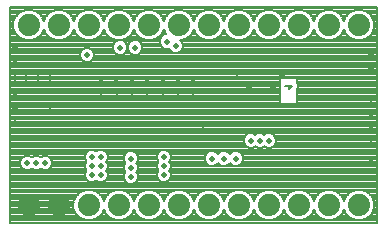
<source format=gbl>
G75*
G70*
%OFA0B0*%
%FSLAX24Y24*%
%IPPOS*%
%LPD*%
%AMOC8*
5,1,8,0,0,1.08239X$1,22.5*
%
%ADD10C,0.0740*%
%ADD11C,0.0080*%
%ADD12C,0.0198*%
D10*
X000955Y001550D03*
X001955Y001550D03*
X002955Y001550D03*
X003955Y001550D03*
X004955Y001550D03*
X005955Y001550D03*
X006955Y001550D03*
X007955Y001550D03*
X008955Y001550D03*
X009955Y001550D03*
X010955Y001550D03*
X011955Y001550D03*
X011955Y007550D03*
X010955Y007550D03*
X009955Y007550D03*
X008955Y007550D03*
X007955Y007550D03*
X006955Y007550D03*
X005955Y007550D03*
X004955Y007550D03*
X003955Y007550D03*
X002955Y007550D03*
X001955Y007550D03*
X000955Y007550D03*
D11*
X000345Y008160D02*
X000345Y000940D01*
X012565Y000940D01*
X012565Y008160D01*
X000345Y008160D01*
X000345Y008101D02*
X012565Y008101D01*
X012565Y008022D02*
X012148Y008022D01*
X012056Y008060D02*
X012244Y007982D01*
X012387Y007839D01*
X012465Y007651D01*
X012465Y007449D01*
X012387Y007261D01*
X012244Y007118D01*
X012056Y007040D01*
X011854Y007040D01*
X011666Y007118D01*
X011523Y007261D01*
X011455Y007424D01*
X011387Y007261D01*
X011244Y007118D01*
X011056Y007040D01*
X010854Y007040D01*
X010666Y007118D01*
X010523Y007261D01*
X010455Y007424D01*
X010387Y007261D01*
X010244Y007118D01*
X010056Y007040D01*
X009854Y007040D01*
X009666Y007118D01*
X009523Y007261D01*
X009455Y007424D01*
X009387Y007261D01*
X009244Y007118D01*
X009056Y007040D01*
X008854Y007040D01*
X008666Y007118D01*
X008523Y007261D01*
X008455Y007424D01*
X008387Y007261D01*
X008244Y007118D01*
X008056Y007040D01*
X007854Y007040D01*
X007666Y007118D01*
X007523Y007261D01*
X007455Y007424D01*
X007387Y007261D01*
X007244Y007118D01*
X007056Y007040D01*
X006854Y007040D01*
X006666Y007118D01*
X006523Y007261D01*
X006455Y007424D01*
X006387Y007261D01*
X006244Y007118D01*
X006056Y007040D01*
X006003Y007040D01*
X006058Y006985D01*
X006094Y006898D01*
X006094Y006802D01*
X006058Y006715D01*
X005990Y006647D01*
X005903Y006611D01*
X005807Y006611D01*
X005720Y006647D01*
X005652Y006715D01*
X005629Y006772D01*
X005603Y006761D01*
X005507Y006761D01*
X005420Y006797D01*
X005352Y006865D01*
X005316Y006952D01*
X005316Y007048D01*
X005352Y007135D01*
X005420Y007203D01*
X005507Y007239D01*
X005545Y007239D01*
X005523Y007261D01*
X005455Y007424D01*
X005387Y007261D01*
X005244Y007118D01*
X005056Y007040D01*
X004854Y007040D01*
X004666Y007118D01*
X004523Y007261D01*
X004455Y007424D01*
X004387Y007261D01*
X004244Y007118D01*
X004056Y007040D01*
X003854Y007040D01*
X003666Y007118D01*
X003523Y007261D01*
X003455Y007424D01*
X003387Y007261D01*
X003244Y007118D01*
X003056Y007040D01*
X002854Y007040D01*
X002666Y007118D01*
X002523Y007261D01*
X002455Y007424D01*
X002387Y007261D01*
X002244Y007118D01*
X002056Y007040D01*
X001854Y007040D01*
X001666Y007118D01*
X001523Y007261D01*
X001455Y007424D01*
X001387Y007261D01*
X001244Y007118D01*
X001056Y007040D01*
X000854Y007040D01*
X000666Y007118D01*
X000523Y007261D01*
X000445Y007449D01*
X000445Y007651D01*
X000523Y007839D01*
X000666Y007982D01*
X000854Y008060D01*
X001056Y008060D01*
X001244Y007982D01*
X001387Y007839D01*
X001455Y007676D01*
X001523Y007839D01*
X001666Y007982D01*
X001854Y008060D01*
X002056Y008060D01*
X002244Y007982D01*
X002387Y007839D01*
X002455Y007676D01*
X002523Y007839D01*
X002666Y007982D01*
X002854Y008060D01*
X003056Y008060D01*
X003244Y007982D01*
X003387Y007839D01*
X003455Y007676D01*
X003523Y007839D01*
X003666Y007982D01*
X003854Y008060D01*
X004056Y008060D01*
X004244Y007982D01*
X004387Y007839D01*
X004455Y007676D01*
X004523Y007839D01*
X004666Y007982D01*
X004854Y008060D01*
X005056Y008060D01*
X005244Y007982D01*
X005387Y007839D01*
X005455Y007676D01*
X005523Y007839D01*
X005666Y007982D01*
X005854Y008060D01*
X006056Y008060D01*
X006244Y007982D01*
X006387Y007839D01*
X006455Y007676D01*
X006523Y007839D01*
X006666Y007982D01*
X006854Y008060D01*
X007056Y008060D01*
X007244Y007982D01*
X007387Y007839D01*
X007455Y007676D01*
X007523Y007839D01*
X007666Y007982D01*
X007854Y008060D01*
X008056Y008060D01*
X008244Y007982D01*
X008387Y007839D01*
X008455Y007676D01*
X008523Y007839D01*
X008666Y007982D01*
X008854Y008060D01*
X009056Y008060D01*
X009244Y007982D01*
X009387Y007839D01*
X009455Y007676D01*
X009523Y007839D01*
X009666Y007982D01*
X009854Y008060D01*
X010056Y008060D01*
X010244Y007982D01*
X010387Y007839D01*
X010455Y007676D01*
X010523Y007839D01*
X010666Y007982D01*
X010854Y008060D01*
X011056Y008060D01*
X011244Y007982D01*
X011387Y007839D01*
X011455Y007676D01*
X011523Y007839D01*
X011666Y007982D01*
X011854Y008060D01*
X012056Y008060D01*
X012283Y007944D02*
X012565Y007944D01*
X012565Y007865D02*
X012361Y007865D01*
X012409Y007787D02*
X012565Y007787D01*
X012565Y007708D02*
X012442Y007708D01*
X012465Y007630D02*
X012565Y007630D01*
X012565Y007551D02*
X012465Y007551D01*
X012465Y007473D02*
X012565Y007473D01*
X012565Y007394D02*
X012442Y007394D01*
X012410Y007316D02*
X012565Y007316D01*
X012565Y007237D02*
X012363Y007237D01*
X012285Y007159D02*
X012565Y007159D01*
X012565Y007080D02*
X012153Y007080D01*
X011757Y007080D02*
X011153Y007080D01*
X011285Y007159D02*
X011625Y007159D01*
X011547Y007237D02*
X011363Y007237D01*
X011410Y007316D02*
X011500Y007316D01*
X011468Y007394D02*
X011442Y007394D01*
X011442Y007708D02*
X011468Y007708D01*
X011501Y007787D02*
X011409Y007787D01*
X011361Y007865D02*
X011549Y007865D01*
X011627Y007944D02*
X011283Y007944D01*
X011148Y008022D02*
X011762Y008022D01*
X010762Y008022D02*
X010148Y008022D01*
X010283Y007944D02*
X010627Y007944D01*
X010549Y007865D02*
X010361Y007865D01*
X010409Y007787D02*
X010501Y007787D01*
X010468Y007708D02*
X010442Y007708D01*
X010442Y007394D02*
X010468Y007394D01*
X010500Y007316D02*
X010410Y007316D01*
X010363Y007237D02*
X010547Y007237D01*
X010625Y007159D02*
X010285Y007159D01*
X010153Y007080D02*
X010757Y007080D01*
X009757Y007080D02*
X009153Y007080D01*
X009285Y007159D02*
X009625Y007159D01*
X009547Y007237D02*
X009363Y007237D01*
X009410Y007316D02*
X009500Y007316D01*
X009468Y007394D02*
X009442Y007394D01*
X009442Y007708D02*
X009468Y007708D01*
X009501Y007787D02*
X009409Y007787D01*
X009361Y007865D02*
X009549Y007865D01*
X009627Y007944D02*
X009283Y007944D01*
X009148Y008022D02*
X009762Y008022D01*
X008762Y008022D02*
X008148Y008022D01*
X008283Y007944D02*
X008627Y007944D01*
X008549Y007865D02*
X008361Y007865D01*
X008409Y007787D02*
X008501Y007787D01*
X008468Y007708D02*
X008442Y007708D01*
X008442Y007394D02*
X008468Y007394D01*
X008500Y007316D02*
X008410Y007316D01*
X008363Y007237D02*
X008547Y007237D01*
X008625Y007159D02*
X008285Y007159D01*
X008153Y007080D02*
X008757Y007080D01*
X007757Y007080D02*
X007153Y007080D01*
X007285Y007159D02*
X007625Y007159D01*
X007547Y007237D02*
X007363Y007237D01*
X007410Y007316D02*
X007500Y007316D01*
X007468Y007394D02*
X007442Y007394D01*
X007442Y007708D02*
X007468Y007708D01*
X007501Y007787D02*
X007409Y007787D01*
X007361Y007865D02*
X007549Y007865D01*
X007627Y007944D02*
X007283Y007944D01*
X007148Y008022D02*
X007762Y008022D01*
X006762Y008022D02*
X006148Y008022D01*
X006283Y007944D02*
X006627Y007944D01*
X006549Y007865D02*
X006361Y007865D01*
X006409Y007787D02*
X006501Y007787D01*
X006468Y007708D02*
X006442Y007708D01*
X006442Y007394D02*
X006468Y007394D01*
X006500Y007316D02*
X006410Y007316D01*
X006363Y007237D02*
X006547Y007237D01*
X006625Y007159D02*
X006285Y007159D01*
X006153Y007080D02*
X006757Y007080D01*
X006084Y006923D02*
X012565Y006923D01*
X012565Y006845D02*
X006094Y006845D01*
X006079Y006766D02*
X012565Y006766D01*
X012565Y006688D02*
X006031Y006688D01*
X006042Y007002D02*
X012565Y007002D01*
X012565Y006609D02*
X004652Y006609D01*
X004640Y006597D02*
X004708Y006665D01*
X004744Y006752D01*
X004744Y006848D01*
X004708Y006935D01*
X004640Y007003D01*
X004553Y007039D01*
X004457Y007039D01*
X004370Y007003D01*
X004302Y006935D01*
X004266Y006848D01*
X004266Y006752D01*
X004302Y006665D01*
X004370Y006597D01*
X004457Y006561D01*
X004553Y006561D01*
X004640Y006597D01*
X004717Y006688D02*
X005679Y006688D01*
X005631Y006766D02*
X005615Y006766D01*
X005495Y006766D02*
X004744Y006766D01*
X004744Y006845D02*
X005372Y006845D01*
X005328Y006923D02*
X004713Y006923D01*
X004642Y007002D02*
X005316Y007002D01*
X005329Y007080D02*
X005153Y007080D01*
X005285Y007159D02*
X005375Y007159D01*
X005363Y007237D02*
X005503Y007237D01*
X005500Y007316D02*
X005410Y007316D01*
X005442Y007394D02*
X005468Y007394D01*
X005468Y007708D02*
X005442Y007708D01*
X005409Y007787D02*
X005501Y007787D01*
X005549Y007865D02*
X005361Y007865D01*
X005283Y007944D02*
X005627Y007944D01*
X005762Y008022D02*
X005148Y008022D01*
X004762Y008022D02*
X004148Y008022D01*
X004283Y007944D02*
X004627Y007944D01*
X004549Y007865D02*
X004361Y007865D01*
X004409Y007787D02*
X004501Y007787D01*
X004468Y007708D02*
X004442Y007708D01*
X004442Y007394D02*
X004468Y007394D01*
X004500Y007316D02*
X004410Y007316D01*
X004363Y007237D02*
X004547Y007237D01*
X004625Y007159D02*
X004285Y007159D01*
X004153Y007080D02*
X004757Y007080D01*
X004368Y007002D02*
X004142Y007002D01*
X004140Y007003D02*
X004053Y007039D01*
X003957Y007039D01*
X003870Y007003D01*
X003802Y006935D01*
X003766Y006848D01*
X003766Y006752D01*
X003802Y006665D01*
X003870Y006597D01*
X003957Y006561D01*
X004053Y006561D01*
X004140Y006597D01*
X004208Y006665D01*
X004244Y006752D01*
X004244Y006848D01*
X004208Y006935D01*
X004140Y007003D01*
X004213Y006923D02*
X004297Y006923D01*
X004266Y006845D02*
X004244Y006845D01*
X004244Y006766D02*
X004266Y006766D01*
X004293Y006688D02*
X004217Y006688D01*
X004152Y006609D02*
X004358Y006609D01*
X003858Y006609D02*
X003139Y006609D01*
X003144Y006598D02*
X003108Y006685D01*
X003040Y006753D01*
X002953Y006789D01*
X002857Y006789D01*
X002770Y006753D01*
X002702Y006685D01*
X002666Y006598D01*
X002666Y006502D01*
X002702Y006415D01*
X002770Y006347D01*
X002857Y006311D01*
X002953Y006311D01*
X003040Y006347D01*
X003108Y006415D01*
X003144Y006502D01*
X003144Y006598D01*
X003144Y006531D02*
X012565Y006531D01*
X012565Y006452D02*
X003123Y006452D01*
X003067Y006374D02*
X012565Y006374D01*
X012565Y006295D02*
X000345Y006295D01*
X000345Y006217D02*
X012565Y006217D01*
X012565Y006138D02*
X000345Y006138D01*
X000345Y006060D02*
X012565Y006060D01*
X012565Y005981D02*
X000345Y005981D01*
X000345Y005903D02*
X012565Y005903D01*
X012565Y005824D02*
X000345Y005824D01*
X000345Y005746D02*
X009343Y005746D01*
X009343Y005754D02*
X009343Y005625D01*
X009316Y005599D01*
X009316Y005450D01*
X009343Y005423D01*
X009343Y004933D01*
X009366Y004910D01*
X009872Y004910D01*
X009895Y004933D01*
X009895Y005428D01*
X009916Y005450D01*
X009916Y005599D01*
X009895Y005620D01*
X009895Y005754D01*
X009872Y005777D01*
X009366Y005777D01*
X009343Y005754D01*
X009343Y005667D02*
X000345Y005667D01*
X000345Y005589D02*
X009316Y005589D01*
X009316Y005510D02*
X000345Y005510D01*
X000345Y005432D02*
X009334Y005432D01*
X009343Y005353D02*
X000345Y005353D01*
X000345Y005275D02*
X009343Y005275D01*
X009343Y005196D02*
X000345Y005196D01*
X000345Y005118D02*
X009343Y005118D01*
X009343Y005039D02*
X000345Y005039D01*
X000345Y004961D02*
X009343Y004961D01*
X009895Y004961D02*
X012565Y004961D01*
X012565Y005039D02*
X009895Y005039D01*
X009895Y005118D02*
X012565Y005118D01*
X012565Y005196D02*
X009895Y005196D01*
X009895Y005275D02*
X012565Y005275D01*
X012565Y005353D02*
X009895Y005353D01*
X009898Y005432D02*
X012565Y005432D01*
X012565Y005510D02*
X009916Y005510D01*
X009916Y005589D02*
X012565Y005589D01*
X012565Y005667D02*
X009895Y005667D01*
X009895Y005746D02*
X012565Y005746D01*
X012565Y004882D02*
X000345Y004882D01*
X000345Y004804D02*
X012565Y004804D01*
X012565Y004725D02*
X000345Y004725D01*
X000345Y004647D02*
X012565Y004647D01*
X012565Y004568D02*
X000345Y004568D01*
X000345Y004490D02*
X012565Y004490D01*
X012565Y004411D02*
X000345Y004411D01*
X000345Y004333D02*
X012565Y004333D01*
X012565Y004254D02*
X000345Y004254D01*
X000345Y004176D02*
X012565Y004176D01*
X012565Y004097D02*
X000345Y004097D01*
X000345Y004019D02*
X012565Y004019D01*
X012565Y003940D02*
X000345Y003940D01*
X000345Y003862D02*
X008178Y003862D01*
X008152Y003835D02*
X008116Y003748D01*
X008116Y003652D01*
X008152Y003565D01*
X008220Y003497D01*
X008307Y003461D01*
X008403Y003461D01*
X008490Y003497D01*
X008505Y003512D01*
X008520Y003497D01*
X008607Y003461D01*
X008703Y003461D01*
X008790Y003497D01*
X008805Y003512D01*
X008820Y003497D01*
X008907Y003461D01*
X009003Y003461D01*
X009090Y003497D01*
X009158Y003565D01*
X009194Y003652D01*
X009194Y003748D01*
X009158Y003835D01*
X009090Y003903D01*
X009003Y003939D01*
X008907Y003939D01*
X008820Y003903D01*
X008805Y003888D01*
X008790Y003903D01*
X008703Y003939D01*
X008607Y003939D01*
X008520Y003903D01*
X008505Y003888D01*
X008490Y003903D01*
X008403Y003939D01*
X008307Y003939D01*
X008220Y003903D01*
X008152Y003835D01*
X008131Y003783D02*
X000345Y003783D01*
X000345Y003705D02*
X008116Y003705D01*
X008127Y003626D02*
X000345Y003626D01*
X000345Y003548D02*
X008169Y003548D01*
X008288Y003469D02*
X000345Y003469D01*
X000345Y003391D02*
X012565Y003391D01*
X012565Y003469D02*
X009022Y003469D01*
X008888Y003469D02*
X008722Y003469D01*
X008588Y003469D02*
X008422Y003469D01*
X008058Y003235D02*
X007990Y003303D01*
X007903Y003339D01*
X007807Y003339D01*
X007720Y003303D01*
X007655Y003238D01*
X007590Y003303D01*
X007503Y003339D01*
X007407Y003339D01*
X007320Y003303D01*
X007255Y003238D01*
X007190Y003303D01*
X007103Y003339D01*
X007007Y003339D01*
X006920Y003303D01*
X006852Y003235D01*
X006816Y003148D01*
X006816Y003052D01*
X006852Y002965D01*
X006920Y002897D01*
X007007Y002861D01*
X007103Y002861D01*
X007190Y002897D01*
X007255Y002962D01*
X007320Y002897D01*
X007407Y002861D01*
X007503Y002861D01*
X007590Y002897D01*
X007655Y002962D01*
X007720Y002897D01*
X007807Y002861D01*
X007903Y002861D01*
X007990Y002897D01*
X008058Y002965D01*
X008094Y003052D01*
X008094Y003148D01*
X008058Y003235D01*
X008058Y003234D02*
X012565Y003234D01*
X012565Y003312D02*
X007968Y003312D01*
X008091Y003155D02*
X012565Y003155D01*
X012565Y003077D02*
X008094Y003077D01*
X008072Y002998D02*
X012565Y002998D01*
X012565Y002920D02*
X008013Y002920D01*
X007697Y002920D02*
X007613Y002920D01*
X007297Y002920D02*
X007213Y002920D01*
X006897Y002920D02*
X005685Y002920D01*
X005694Y002898D02*
X005658Y002985D01*
X005643Y003000D01*
X005658Y003015D01*
X005694Y003102D01*
X005694Y003198D01*
X005658Y003285D01*
X005590Y003353D01*
X005503Y003389D01*
X005407Y003389D01*
X005320Y003353D01*
X005252Y003285D01*
X005216Y003198D01*
X005216Y003102D01*
X005252Y003015D01*
X005267Y003000D01*
X005252Y002985D01*
X005216Y002898D01*
X005216Y002802D01*
X005252Y002715D01*
X005267Y002700D01*
X005252Y002685D01*
X005216Y002598D01*
X005216Y002502D01*
X005252Y002415D01*
X005320Y002347D01*
X005407Y002311D01*
X005503Y002311D01*
X005590Y002347D01*
X005658Y002415D01*
X005694Y002502D01*
X005694Y002598D01*
X005658Y002685D01*
X005643Y002700D01*
X005658Y002715D01*
X005694Y002802D01*
X005694Y002898D01*
X005694Y002841D02*
X012565Y002841D01*
X012565Y002763D02*
X005678Y002763D01*
X005658Y002684D02*
X012565Y002684D01*
X012565Y002606D02*
X005691Y002606D01*
X005694Y002527D02*
X012565Y002527D01*
X012565Y002449D02*
X005672Y002449D01*
X005613Y002370D02*
X012565Y002370D01*
X012565Y002292D02*
X004476Y002292D01*
X004490Y002297D02*
X004558Y002365D01*
X004594Y002452D01*
X004594Y002548D01*
X004558Y002635D01*
X004543Y002650D01*
X004558Y002665D01*
X004594Y002752D01*
X004594Y002848D01*
X004558Y002935D01*
X004543Y002950D01*
X004558Y002965D01*
X004594Y003052D01*
X004594Y003148D01*
X004558Y003235D01*
X004490Y003303D01*
X004403Y003339D01*
X004307Y003339D01*
X004220Y003303D01*
X004152Y003235D01*
X004116Y003148D01*
X004116Y003052D01*
X004152Y002965D01*
X004167Y002950D01*
X004152Y002935D01*
X004116Y002848D01*
X004116Y002752D01*
X004152Y002665D01*
X004167Y002650D01*
X004152Y002635D01*
X004116Y002548D01*
X004116Y002452D01*
X004152Y002365D01*
X004220Y002297D01*
X004307Y002261D01*
X004403Y002261D01*
X004490Y002297D01*
X004560Y002370D02*
X005297Y002370D01*
X005238Y002449D02*
X004592Y002449D01*
X004594Y002527D02*
X005216Y002527D01*
X005219Y002606D02*
X004570Y002606D01*
X004566Y002684D02*
X005252Y002684D01*
X005232Y002763D02*
X004594Y002763D01*
X004594Y002841D02*
X005216Y002841D01*
X005225Y002920D02*
X004564Y002920D01*
X004572Y002998D02*
X005265Y002998D01*
X005227Y003077D02*
X004594Y003077D01*
X004591Y003155D02*
X005216Y003155D01*
X005231Y003234D02*
X004558Y003234D01*
X004468Y003312D02*
X005279Y003312D01*
X005631Y003312D02*
X006942Y003312D01*
X006852Y003234D02*
X005679Y003234D01*
X005694Y003155D02*
X006819Y003155D01*
X006816Y003077D02*
X005683Y003077D01*
X005645Y002998D02*
X006838Y002998D01*
X007168Y003312D02*
X007342Y003312D01*
X007568Y003312D02*
X007742Y003312D01*
X007005Y004050D02*
X006755Y004050D01*
X009132Y003862D02*
X012565Y003862D01*
X012565Y003783D02*
X009179Y003783D01*
X009194Y003705D02*
X012565Y003705D01*
X012565Y003626D02*
X009183Y003626D01*
X009141Y003548D02*
X012565Y003548D01*
X012565Y002213D02*
X000345Y002213D01*
X000345Y002135D02*
X012565Y002135D01*
X012565Y002056D02*
X012066Y002056D01*
X012056Y002060D02*
X011854Y002060D01*
X011666Y001982D01*
X011523Y001839D01*
X011455Y001676D01*
X011387Y001839D01*
X011244Y001982D01*
X011056Y002060D01*
X010854Y002060D01*
X010666Y001982D01*
X010523Y001839D01*
X010455Y001676D01*
X010387Y001839D01*
X010244Y001982D01*
X010056Y002060D01*
X009854Y002060D01*
X009666Y001982D01*
X009523Y001839D01*
X009455Y001676D01*
X009387Y001839D01*
X009244Y001982D01*
X009056Y002060D01*
X008854Y002060D01*
X008666Y001982D01*
X008523Y001839D01*
X008455Y001676D01*
X008387Y001839D01*
X008244Y001982D01*
X008056Y002060D01*
X007854Y002060D01*
X007666Y001982D01*
X007523Y001839D01*
X007455Y001676D01*
X007387Y001839D01*
X007244Y001982D01*
X007056Y002060D01*
X006854Y002060D01*
X006666Y001982D01*
X006523Y001839D01*
X006455Y001676D01*
X006387Y001839D01*
X006244Y001982D01*
X006056Y002060D01*
X005854Y002060D01*
X005666Y001982D01*
X005523Y001839D01*
X005455Y001676D01*
X005387Y001839D01*
X005244Y001982D01*
X005056Y002060D01*
X004854Y002060D01*
X004666Y001982D01*
X004523Y001839D01*
X004455Y001676D01*
X004387Y001839D01*
X004244Y001982D01*
X004056Y002060D01*
X003854Y002060D01*
X003666Y001982D01*
X003523Y001839D01*
X003455Y001676D01*
X003387Y001839D01*
X003244Y001982D01*
X003056Y002060D01*
X002854Y002060D01*
X002666Y001982D01*
X002523Y001839D01*
X002445Y001651D01*
X002445Y001449D01*
X002523Y001261D01*
X002666Y001118D01*
X002854Y001040D01*
X003056Y001040D01*
X003244Y001118D01*
X003387Y001261D01*
X003455Y001424D01*
X003523Y001261D01*
X003666Y001118D01*
X003854Y001040D01*
X004056Y001040D01*
X004244Y001118D01*
X004387Y001261D01*
X004455Y001424D01*
X004523Y001261D01*
X004666Y001118D01*
X004854Y001040D01*
X005056Y001040D01*
X005244Y001118D01*
X005387Y001261D01*
X005455Y001424D01*
X005523Y001261D01*
X005666Y001118D01*
X005854Y001040D01*
X006056Y001040D01*
X006244Y001118D01*
X006387Y001261D01*
X006455Y001424D01*
X006523Y001261D01*
X006666Y001118D01*
X006854Y001040D01*
X007056Y001040D01*
X007244Y001118D01*
X007387Y001261D01*
X007455Y001424D01*
X007523Y001261D01*
X007666Y001118D01*
X007854Y001040D01*
X008056Y001040D01*
X008244Y001118D01*
X008387Y001261D01*
X008455Y001424D01*
X008523Y001261D01*
X008666Y001118D01*
X008854Y001040D01*
X009056Y001040D01*
X009244Y001118D01*
X009387Y001261D01*
X009455Y001424D01*
X009523Y001261D01*
X009666Y001118D01*
X009854Y001040D01*
X010056Y001040D01*
X010244Y001118D01*
X010387Y001261D01*
X010455Y001424D01*
X010523Y001261D01*
X010666Y001118D01*
X010854Y001040D01*
X011056Y001040D01*
X011244Y001118D01*
X011387Y001261D01*
X011455Y001424D01*
X011523Y001261D01*
X011666Y001118D01*
X011854Y001040D01*
X012056Y001040D01*
X012244Y001118D01*
X012387Y001261D01*
X012465Y001449D01*
X012465Y001651D01*
X012387Y001839D01*
X012244Y001982D01*
X012056Y002060D01*
X012249Y001978D02*
X012565Y001978D01*
X012565Y001899D02*
X012327Y001899D01*
X012395Y001821D02*
X012565Y001821D01*
X012565Y001742D02*
X012427Y001742D01*
X012460Y001664D02*
X012565Y001664D01*
X012565Y001585D02*
X012465Y001585D01*
X012465Y001507D02*
X012565Y001507D01*
X012565Y001428D02*
X012456Y001428D01*
X012424Y001350D02*
X012565Y001350D01*
X012565Y001271D02*
X012391Y001271D01*
X012319Y001193D02*
X012565Y001193D01*
X012565Y001114D02*
X012235Y001114D01*
X012565Y001036D02*
X000345Y001036D01*
X000345Y001114D02*
X002675Y001114D01*
X002591Y001193D02*
X000345Y001193D01*
X000345Y001271D02*
X002519Y001271D01*
X002486Y001350D02*
X000345Y001350D01*
X000345Y001428D02*
X002454Y001428D01*
X002445Y001507D02*
X000345Y001507D01*
X000345Y001585D02*
X002445Y001585D01*
X002450Y001664D02*
X000345Y001664D01*
X000345Y001742D02*
X002483Y001742D01*
X002515Y001821D02*
X000345Y001821D01*
X000345Y001899D02*
X002583Y001899D01*
X002661Y001978D02*
X000345Y001978D01*
X000345Y002056D02*
X002844Y002056D01*
X003066Y002056D02*
X003844Y002056D01*
X003661Y001978D02*
X003249Y001978D01*
X003327Y001899D02*
X003583Y001899D01*
X003515Y001821D02*
X003395Y001821D01*
X003427Y001742D02*
X003483Y001742D01*
X003486Y001350D02*
X003424Y001350D01*
X003391Y001271D02*
X003519Y001271D01*
X003591Y001193D02*
X003319Y001193D01*
X003235Y001114D02*
X003675Y001114D01*
X004235Y001114D02*
X004675Y001114D01*
X004591Y001193D02*
X004319Y001193D01*
X004391Y001271D02*
X004519Y001271D01*
X004486Y001350D02*
X004424Y001350D01*
X004427Y001742D02*
X004483Y001742D01*
X004515Y001821D02*
X004395Y001821D01*
X004327Y001899D02*
X004583Y001899D01*
X004661Y001978D02*
X004249Y001978D01*
X004066Y002056D02*
X004844Y002056D01*
X005066Y002056D02*
X005844Y002056D01*
X005661Y001978D02*
X005249Y001978D01*
X005327Y001899D02*
X005583Y001899D01*
X005515Y001821D02*
X005395Y001821D01*
X005427Y001742D02*
X005483Y001742D01*
X006066Y002056D02*
X006844Y002056D01*
X006661Y001978D02*
X006249Y001978D01*
X006327Y001899D02*
X006583Y001899D01*
X006515Y001821D02*
X006395Y001821D01*
X006427Y001742D02*
X006483Y001742D01*
X006486Y001350D02*
X006424Y001350D01*
X006391Y001271D02*
X006519Y001271D01*
X006591Y001193D02*
X006319Y001193D01*
X006235Y001114D02*
X006675Y001114D01*
X007235Y001114D02*
X007675Y001114D01*
X007591Y001193D02*
X007319Y001193D01*
X007391Y001271D02*
X007519Y001271D01*
X007486Y001350D02*
X007424Y001350D01*
X007427Y001742D02*
X007483Y001742D01*
X007515Y001821D02*
X007395Y001821D01*
X007327Y001899D02*
X007583Y001899D01*
X007661Y001978D02*
X007249Y001978D01*
X007066Y002056D02*
X007844Y002056D01*
X008066Y002056D02*
X008844Y002056D01*
X008661Y001978D02*
X008249Y001978D01*
X008327Y001899D02*
X008583Y001899D01*
X008515Y001821D02*
X008395Y001821D01*
X008427Y001742D02*
X008483Y001742D01*
X009066Y002056D02*
X009844Y002056D01*
X009661Y001978D02*
X009249Y001978D01*
X009327Y001899D02*
X009583Y001899D01*
X009515Y001821D02*
X009395Y001821D01*
X009427Y001742D02*
X009483Y001742D01*
X009486Y001350D02*
X009424Y001350D01*
X009391Y001271D02*
X009519Y001271D01*
X009591Y001193D02*
X009319Y001193D01*
X009235Y001114D02*
X009675Y001114D01*
X010235Y001114D02*
X010675Y001114D01*
X010591Y001193D02*
X010319Y001193D01*
X010391Y001271D02*
X010519Y001271D01*
X010486Y001350D02*
X010424Y001350D01*
X010427Y001742D02*
X010483Y001742D01*
X010515Y001821D02*
X010395Y001821D01*
X010327Y001899D02*
X010583Y001899D01*
X010661Y001978D02*
X010249Y001978D01*
X010066Y002056D02*
X010844Y002056D01*
X011066Y002056D02*
X011844Y002056D01*
X011661Y001978D02*
X011249Y001978D01*
X011327Y001899D02*
X011583Y001899D01*
X011515Y001821D02*
X011395Y001821D01*
X011427Y001742D02*
X011483Y001742D01*
X011486Y001350D02*
X011424Y001350D01*
X011391Y001271D02*
X011519Y001271D01*
X011591Y001193D02*
X011319Y001193D01*
X011235Y001114D02*
X011675Y001114D01*
X012565Y000957D02*
X000345Y000957D01*
X000345Y002292D02*
X004234Y002292D01*
X004150Y002370D02*
X003513Y002370D01*
X003490Y002347D02*
X003558Y002415D01*
X003594Y002502D01*
X003594Y002598D01*
X003558Y002685D01*
X003543Y002700D01*
X003558Y002715D01*
X003594Y002802D01*
X003594Y002898D01*
X003558Y002985D01*
X003543Y003000D01*
X003558Y003015D01*
X003594Y003102D01*
X003594Y003198D01*
X003558Y003285D01*
X003490Y003353D01*
X003403Y003389D01*
X003307Y003389D01*
X003220Y003353D01*
X003205Y003338D01*
X003190Y003353D01*
X003103Y003389D01*
X003007Y003389D01*
X002920Y003353D01*
X002852Y003285D01*
X002816Y003198D01*
X002816Y003102D01*
X002852Y003015D01*
X002867Y003000D01*
X002852Y002985D01*
X002816Y002898D01*
X002816Y002802D01*
X002852Y002715D01*
X002867Y002700D01*
X002852Y002685D01*
X002816Y002598D01*
X002816Y002502D01*
X002852Y002415D01*
X002920Y002347D01*
X003007Y002311D01*
X003103Y002311D01*
X003190Y002347D01*
X003205Y002362D01*
X003220Y002347D01*
X003307Y002311D01*
X003403Y002311D01*
X003490Y002347D01*
X003572Y002449D02*
X004118Y002449D01*
X004116Y002527D02*
X003594Y002527D01*
X003591Y002606D02*
X004140Y002606D01*
X004144Y002684D02*
X003558Y002684D01*
X003578Y002763D02*
X004116Y002763D01*
X004116Y002841D02*
X003594Y002841D01*
X003585Y002920D02*
X004146Y002920D01*
X004138Y002998D02*
X003545Y002998D01*
X003583Y003077D02*
X004116Y003077D01*
X004119Y003155D02*
X003594Y003155D01*
X003579Y003234D02*
X004152Y003234D01*
X004242Y003312D02*
X003531Y003312D01*
X002879Y003312D02*
X000345Y003312D01*
X000345Y003234D02*
X002831Y003234D01*
X002816Y003155D02*
X001635Y003155D01*
X001640Y003153D02*
X001553Y003189D01*
X001457Y003189D01*
X001370Y003153D01*
X001355Y003138D01*
X001340Y003153D01*
X001253Y003189D01*
X001157Y003189D01*
X001070Y003153D01*
X001055Y003138D01*
X001040Y003153D01*
X000953Y003189D01*
X000857Y003189D01*
X000770Y003153D01*
X000702Y003085D01*
X000666Y002998D01*
X000345Y002998D01*
X000345Y002920D02*
X000666Y002920D01*
X000666Y002902D02*
X000702Y002815D01*
X000770Y002747D01*
X000857Y002711D01*
X000953Y002711D01*
X001040Y002747D01*
X001055Y002762D01*
X001070Y002747D01*
X001157Y002711D01*
X001253Y002711D01*
X001340Y002747D01*
X001355Y002762D01*
X001370Y002747D01*
X001457Y002711D01*
X001553Y002711D01*
X001640Y002747D01*
X001708Y002815D01*
X001744Y002902D01*
X001744Y002998D01*
X002865Y002998D01*
X002827Y003077D02*
X001711Y003077D01*
X001708Y003085D02*
X001640Y003153D01*
X001708Y003085D02*
X001744Y002998D01*
X001744Y002920D02*
X002825Y002920D01*
X002816Y002841D02*
X001719Y002841D01*
X001656Y002763D02*
X002832Y002763D01*
X002852Y002684D02*
X000345Y002684D01*
X000345Y002606D02*
X002819Y002606D01*
X002816Y002527D02*
X000345Y002527D01*
X000345Y002449D02*
X002838Y002449D01*
X002897Y002370D02*
X000345Y002370D01*
X000345Y002763D02*
X000754Y002763D01*
X000691Y002841D02*
X000345Y002841D01*
X000345Y003077D02*
X000699Y003077D01*
X000666Y002998D02*
X000666Y002902D01*
X000775Y003155D02*
X000345Y003155D01*
X001035Y003155D02*
X001075Y003155D01*
X001335Y003155D02*
X001375Y003155D01*
X005235Y001114D02*
X005675Y001114D01*
X005591Y001193D02*
X005319Y001193D01*
X005391Y001271D02*
X005519Y001271D01*
X005486Y001350D02*
X005424Y001350D01*
X008235Y001114D02*
X008675Y001114D01*
X008591Y001193D02*
X008319Y001193D01*
X008391Y001271D02*
X008519Y001271D01*
X008486Y001350D02*
X008424Y001350D01*
X009616Y005404D02*
X009616Y005564D01*
X009496Y005524D02*
X009736Y005524D01*
X009616Y005404D01*
X003793Y006688D02*
X003106Y006688D01*
X003008Y006766D02*
X003766Y006766D01*
X003766Y006845D02*
X000345Y006845D01*
X000345Y006923D02*
X003797Y006923D01*
X003868Y007002D02*
X000345Y007002D01*
X000345Y007080D02*
X000757Y007080D01*
X000625Y007159D02*
X000345Y007159D01*
X000345Y007237D02*
X000547Y007237D01*
X000500Y007316D02*
X000345Y007316D01*
X000345Y007394D02*
X000468Y007394D01*
X000445Y007473D02*
X000345Y007473D01*
X000345Y007551D02*
X000445Y007551D01*
X000445Y007630D02*
X000345Y007630D01*
X000345Y007708D02*
X000468Y007708D01*
X000501Y007787D02*
X000345Y007787D01*
X000345Y007865D02*
X000549Y007865D01*
X000627Y007944D02*
X000345Y007944D01*
X000345Y008022D02*
X000762Y008022D01*
X001148Y008022D02*
X001762Y008022D01*
X001627Y007944D02*
X001283Y007944D01*
X001361Y007865D02*
X001549Y007865D01*
X001501Y007787D02*
X001409Y007787D01*
X001442Y007708D02*
X001468Y007708D01*
X001468Y007394D02*
X001442Y007394D01*
X001410Y007316D02*
X001500Y007316D01*
X001547Y007237D02*
X001363Y007237D01*
X001285Y007159D02*
X001625Y007159D01*
X001757Y007080D02*
X001153Y007080D01*
X000345Y006766D02*
X002802Y006766D01*
X002704Y006688D02*
X000345Y006688D01*
X000345Y006609D02*
X002671Y006609D01*
X002666Y006531D02*
X000345Y006531D01*
X000345Y006452D02*
X002687Y006452D01*
X002743Y006374D02*
X000345Y006374D01*
X002153Y007080D02*
X002757Y007080D01*
X002625Y007159D02*
X002285Y007159D01*
X002363Y007237D02*
X002547Y007237D01*
X002500Y007316D02*
X002410Y007316D01*
X002442Y007394D02*
X002468Y007394D01*
X002468Y007708D02*
X002442Y007708D01*
X002409Y007787D02*
X002501Y007787D01*
X002549Y007865D02*
X002361Y007865D01*
X002283Y007944D02*
X002627Y007944D01*
X002762Y008022D02*
X002148Y008022D01*
X003148Y008022D02*
X003762Y008022D01*
X003627Y007944D02*
X003283Y007944D01*
X003361Y007865D02*
X003549Y007865D01*
X003501Y007787D02*
X003409Y007787D01*
X003442Y007708D02*
X003468Y007708D01*
X003468Y007394D02*
X003442Y007394D01*
X003410Y007316D02*
X003500Y007316D01*
X003547Y007237D02*
X003363Y007237D01*
X003285Y007159D02*
X003625Y007159D01*
X003757Y007080D02*
X003153Y007080D01*
D12*
X002905Y006550D03*
X004005Y006800D03*
X004505Y006800D03*
X005555Y007000D03*
X005855Y006850D03*
X005927Y005662D03*
X005416Y005662D03*
X004904Y005662D03*
X004392Y005662D03*
X003880Y005662D03*
X003368Y005662D03*
X003372Y005150D03*
X003884Y005150D03*
X004396Y005150D03*
X004908Y005150D03*
X005420Y005150D03*
X005931Y005150D03*
X006443Y005150D03*
X006439Y005662D03*
X007905Y005950D03*
X008305Y005450D03*
X009105Y005450D03*
X009405Y005900D03*
X012355Y006100D03*
X012355Y005600D03*
X012355Y005100D03*
X012355Y004600D03*
X012355Y004100D03*
X012355Y003600D03*
X012355Y003100D03*
X008955Y003700D03*
X008655Y003700D03*
X008355Y003700D03*
X007855Y003100D03*
X007455Y003100D03*
X007055Y003100D03*
X006755Y004050D03*
X006439Y004638D03*
X005927Y004638D03*
X005416Y004638D03*
X004904Y004638D03*
X004392Y004638D03*
X003880Y004638D03*
X003368Y004638D03*
X001655Y004700D03*
X000505Y004800D03*
X000505Y004300D03*
X000505Y005300D03*
X000505Y005800D03*
X000855Y005800D03*
X001255Y005800D03*
X001655Y005800D03*
X000505Y006300D03*
X000505Y006800D03*
X003055Y003150D03*
X003355Y003150D03*
X003355Y002850D03*
X003055Y002850D03*
X003055Y002550D03*
X003355Y002550D03*
X004355Y002500D03*
X004355Y002800D03*
X004355Y003100D03*
X005455Y003150D03*
X005455Y002850D03*
X005455Y002550D03*
X001505Y002950D03*
X001205Y002950D03*
X000905Y002950D03*
X012355Y006600D03*
M02*

</source>
